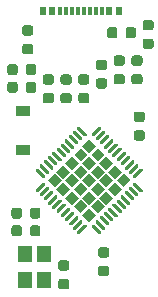
<source format=gtp>
G04 #@! TF.GenerationSoftware,KiCad,Pcbnew,(5.1.6)-1*
G04 #@! TF.CreationDate,2020-09-29T08:49:22+08:00*
G04 #@! TF.ProjectId,Alvaro,416c7661-726f-42e6-9b69-6361645f7063,C*
G04 #@! TF.SameCoordinates,Original*
G04 #@! TF.FileFunction,Paste,Top*
G04 #@! TF.FilePolarity,Positive*
%FSLAX46Y46*%
G04 Gerber Fmt 4.6, Leading zero omitted, Abs format (unit mm)*
G04 Created by KiCad (PCBNEW (5.1.6)-1) date 2020-09-29 08:49:22*
%MOMM*%
%LPD*%
G01*
G04 APERTURE LIST*
%ADD10R,1.200000X0.900000*%
%ADD11R,0.300000X0.800000*%
%ADD12R,0.600000X0.800000*%
%ADD13C,0.100000*%
%ADD14R,1.200000X1.400000*%
G04 APERTURE END LIST*
D10*
X25100000Y-37950000D03*
X25100000Y-41250000D03*
D11*
X28250000Y-29500000D03*
X28750000Y-29500000D03*
X31750000Y-29500000D03*
X31250000Y-29500000D03*
X30250000Y-29500000D03*
X29750000Y-29500000D03*
X30750000Y-29500000D03*
X29250000Y-29500000D03*
D12*
X27600000Y-29500000D03*
X32400000Y-29500000D03*
X33200000Y-29500000D03*
X26800000Y-29500000D03*
G36*
G01*
X24650000Y-35668750D02*
X24650000Y-36181250D01*
G75*
G02*
X24431250Y-36400000I-218750J0D01*
G01*
X23993750Y-36400000D01*
G75*
G02*
X23775000Y-36181250I0J218750D01*
G01*
X23775000Y-35668750D01*
G75*
G02*
X23993750Y-35450000I218750J0D01*
G01*
X24431250Y-35450000D01*
G75*
G02*
X24650000Y-35668750I0J-218750D01*
G01*
G37*
G36*
G01*
X26225000Y-35668750D02*
X26225000Y-36181250D01*
G75*
G02*
X26006250Y-36400000I-218750J0D01*
G01*
X25568750Y-36400000D01*
G75*
G02*
X25350000Y-36181250I0J218750D01*
G01*
X25350000Y-35668750D01*
G75*
G02*
X25568750Y-35450000I218750J0D01*
G01*
X26006250Y-35450000D01*
G75*
G02*
X26225000Y-35668750I0J-218750D01*
G01*
G37*
D13*
G36*
X30113101Y-46713280D02*
G01*
X30700000Y-46126381D01*
X31286899Y-46713280D01*
X30700000Y-47300179D01*
X30113101Y-46713280D01*
G37*
G36*
X30841421Y-45984960D02*
G01*
X31428320Y-45398061D01*
X32015219Y-45984960D01*
X31428320Y-46571859D01*
X30841421Y-45984960D01*
G37*
G36*
X31569741Y-45256640D02*
G01*
X32156640Y-44669741D01*
X32743539Y-45256640D01*
X32156640Y-45843539D01*
X31569741Y-45256640D01*
G37*
G36*
X32298061Y-44528320D02*
G01*
X32884960Y-43941421D01*
X33471859Y-44528320D01*
X32884960Y-45115219D01*
X32298061Y-44528320D01*
G37*
G36*
X33026381Y-43800000D02*
G01*
X33613280Y-43213101D01*
X34200179Y-43800000D01*
X33613280Y-44386899D01*
X33026381Y-43800000D01*
G37*
G36*
X29384781Y-45984960D02*
G01*
X29971680Y-45398061D01*
X30558579Y-45984960D01*
X29971680Y-46571859D01*
X29384781Y-45984960D01*
G37*
G36*
X30113101Y-45256640D02*
G01*
X30700000Y-44669741D01*
X31286899Y-45256640D01*
X30700000Y-45843539D01*
X30113101Y-45256640D01*
G37*
G36*
X30841421Y-44528320D02*
G01*
X31428320Y-43941421D01*
X32015219Y-44528320D01*
X31428320Y-45115219D01*
X30841421Y-44528320D01*
G37*
G36*
X31569741Y-43800000D02*
G01*
X32156640Y-43213101D01*
X32743539Y-43800000D01*
X32156640Y-44386899D01*
X31569741Y-43800000D01*
G37*
G36*
X32298061Y-43071680D02*
G01*
X32884960Y-42484781D01*
X33471859Y-43071680D01*
X32884960Y-43658579D01*
X32298061Y-43071680D01*
G37*
G36*
X28656461Y-45256640D02*
G01*
X29243360Y-44669741D01*
X29830259Y-45256640D01*
X29243360Y-45843539D01*
X28656461Y-45256640D01*
G37*
G36*
X29384781Y-44528320D02*
G01*
X29971680Y-43941421D01*
X30558579Y-44528320D01*
X29971680Y-45115219D01*
X29384781Y-44528320D01*
G37*
G36*
X30113101Y-43800000D02*
G01*
X30700000Y-43213101D01*
X31286899Y-43800000D01*
X30700000Y-44386899D01*
X30113101Y-43800000D01*
G37*
G36*
X30841421Y-43071680D02*
G01*
X31428320Y-42484781D01*
X32015219Y-43071680D01*
X31428320Y-43658579D01*
X30841421Y-43071680D01*
G37*
G36*
X31569741Y-42343360D02*
G01*
X32156640Y-41756461D01*
X32743539Y-42343360D01*
X32156640Y-42930259D01*
X31569741Y-42343360D01*
G37*
G36*
X27928141Y-44528320D02*
G01*
X28515040Y-43941421D01*
X29101939Y-44528320D01*
X28515040Y-45115219D01*
X27928141Y-44528320D01*
G37*
G36*
X28656461Y-43800000D02*
G01*
X29243360Y-43213101D01*
X29830259Y-43800000D01*
X29243360Y-44386899D01*
X28656461Y-43800000D01*
G37*
G36*
X29384781Y-43071680D02*
G01*
X29971680Y-42484781D01*
X30558579Y-43071680D01*
X29971680Y-43658579D01*
X29384781Y-43071680D01*
G37*
G36*
X30113101Y-42343360D02*
G01*
X30700000Y-41756461D01*
X31286899Y-42343360D01*
X30700000Y-42930259D01*
X30113101Y-42343360D01*
G37*
G36*
X30841421Y-41615040D02*
G01*
X31428320Y-41028141D01*
X32015219Y-41615040D01*
X31428320Y-42201939D01*
X30841421Y-41615040D01*
G37*
G36*
X27199821Y-43800000D02*
G01*
X27786720Y-43213101D01*
X28373619Y-43800000D01*
X27786720Y-44386899D01*
X27199821Y-43800000D01*
G37*
G36*
X27928141Y-43071680D02*
G01*
X28515040Y-42484781D01*
X29101939Y-43071680D01*
X28515040Y-43658579D01*
X27928141Y-43071680D01*
G37*
G36*
X28656461Y-42343360D02*
G01*
X29243360Y-41756461D01*
X29830259Y-42343360D01*
X29243360Y-42930259D01*
X28656461Y-42343360D01*
G37*
G36*
X29384781Y-41615040D02*
G01*
X29971680Y-41028141D01*
X30558579Y-41615040D01*
X29971680Y-42201939D01*
X29384781Y-41615040D01*
G37*
G36*
X30113101Y-40886720D02*
G01*
X30700000Y-40299821D01*
X31286899Y-40886720D01*
X30700000Y-41473619D01*
X30113101Y-40886720D01*
G37*
G36*
G01*
X30912132Y-40052334D02*
X30912132Y-40052334D01*
G75*
G02*
X30912132Y-39840202I106066J106066D01*
G01*
X31477818Y-39274516D01*
G75*
G02*
X31689950Y-39274516I106066J-106066D01*
G01*
X31689950Y-39274516D01*
G75*
G02*
X31689950Y-39486648I-106066J-106066D01*
G01*
X31124264Y-40052334D01*
G75*
G02*
X30912132Y-40052334I-106066J106066D01*
G01*
G37*
G36*
G01*
X31265685Y-40405888D02*
X31265685Y-40405888D01*
G75*
G02*
X31265685Y-40193756I106066J106066D01*
G01*
X31831371Y-39628070D01*
G75*
G02*
X32043503Y-39628070I106066J-106066D01*
G01*
X32043503Y-39628070D01*
G75*
G02*
X32043503Y-39840202I-106066J-106066D01*
G01*
X31477817Y-40405888D01*
G75*
G02*
X31265685Y-40405888I-106066J106066D01*
G01*
G37*
G36*
G01*
X31619239Y-40759441D02*
X31619239Y-40759441D01*
G75*
G02*
X31619239Y-40547309I106066J106066D01*
G01*
X32184925Y-39981623D01*
G75*
G02*
X32397057Y-39981623I106066J-106066D01*
G01*
X32397057Y-39981623D01*
G75*
G02*
X32397057Y-40193755I-106066J-106066D01*
G01*
X31831371Y-40759441D01*
G75*
G02*
X31619239Y-40759441I-106066J106066D01*
G01*
G37*
G36*
G01*
X31972792Y-41112995D02*
X31972792Y-41112995D01*
G75*
G02*
X31972792Y-40900863I106066J106066D01*
G01*
X32538478Y-40335177D01*
G75*
G02*
X32750610Y-40335177I106066J-106066D01*
G01*
X32750610Y-40335177D01*
G75*
G02*
X32750610Y-40547309I-106066J-106066D01*
G01*
X32184924Y-41112995D01*
G75*
G02*
X31972792Y-41112995I-106066J106066D01*
G01*
G37*
G36*
G01*
X32326345Y-41466548D02*
X32326345Y-41466548D01*
G75*
G02*
X32326345Y-41254416I106066J106066D01*
G01*
X32892031Y-40688730D01*
G75*
G02*
X33104163Y-40688730I106066J-106066D01*
G01*
X33104163Y-40688730D01*
G75*
G02*
X33104163Y-40900862I-106066J-106066D01*
G01*
X32538477Y-41466548D01*
G75*
G02*
X32326345Y-41466548I-106066J106066D01*
G01*
G37*
G36*
G01*
X32679899Y-41820101D02*
X32679899Y-41820101D01*
G75*
G02*
X32679899Y-41607969I106066J106066D01*
G01*
X33245585Y-41042283D01*
G75*
G02*
X33457717Y-41042283I106066J-106066D01*
G01*
X33457717Y-41042283D01*
G75*
G02*
X33457717Y-41254415I-106066J-106066D01*
G01*
X32892031Y-41820101D01*
G75*
G02*
X32679899Y-41820101I-106066J106066D01*
G01*
G37*
G36*
G01*
X33033452Y-42173655D02*
X33033452Y-42173655D01*
G75*
G02*
X33033452Y-41961523I106066J106066D01*
G01*
X33599138Y-41395837D01*
G75*
G02*
X33811270Y-41395837I106066J-106066D01*
G01*
X33811270Y-41395837D01*
G75*
G02*
X33811270Y-41607969I-106066J-106066D01*
G01*
X33245584Y-42173655D01*
G75*
G02*
X33033452Y-42173655I-106066J106066D01*
G01*
G37*
G36*
G01*
X33387005Y-42527208D02*
X33387005Y-42527208D01*
G75*
G02*
X33387005Y-42315076I106066J106066D01*
G01*
X33952691Y-41749390D01*
G75*
G02*
X34164823Y-41749390I106066J-106066D01*
G01*
X34164823Y-41749390D01*
G75*
G02*
X34164823Y-41961522I-106066J-106066D01*
G01*
X33599137Y-42527208D01*
G75*
G02*
X33387005Y-42527208I-106066J106066D01*
G01*
G37*
G36*
G01*
X33740559Y-42880761D02*
X33740559Y-42880761D01*
G75*
G02*
X33740559Y-42668629I106066J106066D01*
G01*
X34306245Y-42102943D01*
G75*
G02*
X34518377Y-42102943I106066J-106066D01*
G01*
X34518377Y-42102943D01*
G75*
G02*
X34518377Y-42315075I-106066J-106066D01*
G01*
X33952691Y-42880761D01*
G75*
G02*
X33740559Y-42880761I-106066J106066D01*
G01*
G37*
G36*
G01*
X34094112Y-43234315D02*
X34094112Y-43234315D01*
G75*
G02*
X34094112Y-43022183I106066J106066D01*
G01*
X34659798Y-42456497D01*
G75*
G02*
X34871930Y-42456497I106066J-106066D01*
G01*
X34871930Y-42456497D01*
G75*
G02*
X34871930Y-42668629I-106066J-106066D01*
G01*
X34306244Y-43234315D01*
G75*
G02*
X34094112Y-43234315I-106066J106066D01*
G01*
G37*
G36*
G01*
X34447666Y-43587868D02*
X34447666Y-43587868D01*
G75*
G02*
X34447666Y-43375736I106066J106066D01*
G01*
X35013352Y-42810050D01*
G75*
G02*
X35225484Y-42810050I106066J-106066D01*
G01*
X35225484Y-42810050D01*
G75*
G02*
X35225484Y-43022182I-106066J-106066D01*
G01*
X34659798Y-43587868D01*
G75*
G02*
X34447666Y-43587868I-106066J106066D01*
G01*
G37*
G36*
G01*
X34447666Y-44012132D02*
X34447666Y-44012132D01*
G75*
G02*
X34659798Y-44012132I106066J-106066D01*
G01*
X35225484Y-44577818D01*
G75*
G02*
X35225484Y-44789950I-106066J-106066D01*
G01*
X35225484Y-44789950D01*
G75*
G02*
X35013352Y-44789950I-106066J106066D01*
G01*
X34447666Y-44224264D01*
G75*
G02*
X34447666Y-44012132I106066J106066D01*
G01*
G37*
G36*
G01*
X34094112Y-44365685D02*
X34094112Y-44365685D01*
G75*
G02*
X34306244Y-44365685I106066J-106066D01*
G01*
X34871930Y-44931371D01*
G75*
G02*
X34871930Y-45143503I-106066J-106066D01*
G01*
X34871930Y-45143503D01*
G75*
G02*
X34659798Y-45143503I-106066J106066D01*
G01*
X34094112Y-44577817D01*
G75*
G02*
X34094112Y-44365685I106066J106066D01*
G01*
G37*
G36*
G01*
X33740559Y-44719239D02*
X33740559Y-44719239D01*
G75*
G02*
X33952691Y-44719239I106066J-106066D01*
G01*
X34518377Y-45284925D01*
G75*
G02*
X34518377Y-45497057I-106066J-106066D01*
G01*
X34518377Y-45497057D01*
G75*
G02*
X34306245Y-45497057I-106066J106066D01*
G01*
X33740559Y-44931371D01*
G75*
G02*
X33740559Y-44719239I106066J106066D01*
G01*
G37*
G36*
G01*
X33387005Y-45072792D02*
X33387005Y-45072792D01*
G75*
G02*
X33599137Y-45072792I106066J-106066D01*
G01*
X34164823Y-45638478D01*
G75*
G02*
X34164823Y-45850610I-106066J-106066D01*
G01*
X34164823Y-45850610D01*
G75*
G02*
X33952691Y-45850610I-106066J106066D01*
G01*
X33387005Y-45284924D01*
G75*
G02*
X33387005Y-45072792I106066J106066D01*
G01*
G37*
G36*
G01*
X33033452Y-45426345D02*
X33033452Y-45426345D01*
G75*
G02*
X33245584Y-45426345I106066J-106066D01*
G01*
X33811270Y-45992031D01*
G75*
G02*
X33811270Y-46204163I-106066J-106066D01*
G01*
X33811270Y-46204163D01*
G75*
G02*
X33599138Y-46204163I-106066J106066D01*
G01*
X33033452Y-45638477D01*
G75*
G02*
X33033452Y-45426345I106066J106066D01*
G01*
G37*
G36*
G01*
X32679899Y-45779899D02*
X32679899Y-45779899D01*
G75*
G02*
X32892031Y-45779899I106066J-106066D01*
G01*
X33457717Y-46345585D01*
G75*
G02*
X33457717Y-46557717I-106066J-106066D01*
G01*
X33457717Y-46557717D01*
G75*
G02*
X33245585Y-46557717I-106066J106066D01*
G01*
X32679899Y-45992031D01*
G75*
G02*
X32679899Y-45779899I106066J106066D01*
G01*
G37*
G36*
G01*
X32326345Y-46133452D02*
X32326345Y-46133452D01*
G75*
G02*
X32538477Y-46133452I106066J-106066D01*
G01*
X33104163Y-46699138D01*
G75*
G02*
X33104163Y-46911270I-106066J-106066D01*
G01*
X33104163Y-46911270D01*
G75*
G02*
X32892031Y-46911270I-106066J106066D01*
G01*
X32326345Y-46345584D01*
G75*
G02*
X32326345Y-46133452I106066J106066D01*
G01*
G37*
G36*
G01*
X31972792Y-46487005D02*
X31972792Y-46487005D01*
G75*
G02*
X32184924Y-46487005I106066J-106066D01*
G01*
X32750610Y-47052691D01*
G75*
G02*
X32750610Y-47264823I-106066J-106066D01*
G01*
X32750610Y-47264823D01*
G75*
G02*
X32538478Y-47264823I-106066J106066D01*
G01*
X31972792Y-46699137D01*
G75*
G02*
X31972792Y-46487005I106066J106066D01*
G01*
G37*
G36*
G01*
X31619239Y-46840559D02*
X31619239Y-46840559D01*
G75*
G02*
X31831371Y-46840559I106066J-106066D01*
G01*
X32397057Y-47406245D01*
G75*
G02*
X32397057Y-47618377I-106066J-106066D01*
G01*
X32397057Y-47618377D01*
G75*
G02*
X32184925Y-47618377I-106066J106066D01*
G01*
X31619239Y-47052691D01*
G75*
G02*
X31619239Y-46840559I106066J106066D01*
G01*
G37*
G36*
G01*
X31265685Y-47194112D02*
X31265685Y-47194112D01*
G75*
G02*
X31477817Y-47194112I106066J-106066D01*
G01*
X32043503Y-47759798D01*
G75*
G02*
X32043503Y-47971930I-106066J-106066D01*
G01*
X32043503Y-47971930D01*
G75*
G02*
X31831371Y-47971930I-106066J106066D01*
G01*
X31265685Y-47406244D01*
G75*
G02*
X31265685Y-47194112I106066J106066D01*
G01*
G37*
G36*
G01*
X30912132Y-47547666D02*
X30912132Y-47547666D01*
G75*
G02*
X31124264Y-47547666I106066J-106066D01*
G01*
X31689950Y-48113352D01*
G75*
G02*
X31689950Y-48325484I-106066J-106066D01*
G01*
X31689950Y-48325484D01*
G75*
G02*
X31477818Y-48325484I-106066J106066D01*
G01*
X30912132Y-47759798D01*
G75*
G02*
X30912132Y-47547666I106066J106066D01*
G01*
G37*
G36*
G01*
X29710050Y-48325484D02*
X29710050Y-48325484D01*
G75*
G02*
X29710050Y-48113352I106066J106066D01*
G01*
X30275736Y-47547666D01*
G75*
G02*
X30487868Y-47547666I106066J-106066D01*
G01*
X30487868Y-47547666D01*
G75*
G02*
X30487868Y-47759798I-106066J-106066D01*
G01*
X29922182Y-48325484D01*
G75*
G02*
X29710050Y-48325484I-106066J106066D01*
G01*
G37*
G36*
G01*
X29356497Y-47971930D02*
X29356497Y-47971930D01*
G75*
G02*
X29356497Y-47759798I106066J106066D01*
G01*
X29922183Y-47194112D01*
G75*
G02*
X30134315Y-47194112I106066J-106066D01*
G01*
X30134315Y-47194112D01*
G75*
G02*
X30134315Y-47406244I-106066J-106066D01*
G01*
X29568629Y-47971930D01*
G75*
G02*
X29356497Y-47971930I-106066J106066D01*
G01*
G37*
G36*
G01*
X29002943Y-47618377D02*
X29002943Y-47618377D01*
G75*
G02*
X29002943Y-47406245I106066J106066D01*
G01*
X29568629Y-46840559D01*
G75*
G02*
X29780761Y-46840559I106066J-106066D01*
G01*
X29780761Y-46840559D01*
G75*
G02*
X29780761Y-47052691I-106066J-106066D01*
G01*
X29215075Y-47618377D01*
G75*
G02*
X29002943Y-47618377I-106066J106066D01*
G01*
G37*
G36*
G01*
X28649390Y-47264823D02*
X28649390Y-47264823D01*
G75*
G02*
X28649390Y-47052691I106066J106066D01*
G01*
X29215076Y-46487005D01*
G75*
G02*
X29427208Y-46487005I106066J-106066D01*
G01*
X29427208Y-46487005D01*
G75*
G02*
X29427208Y-46699137I-106066J-106066D01*
G01*
X28861522Y-47264823D01*
G75*
G02*
X28649390Y-47264823I-106066J106066D01*
G01*
G37*
G36*
G01*
X28295837Y-46911270D02*
X28295837Y-46911270D01*
G75*
G02*
X28295837Y-46699138I106066J106066D01*
G01*
X28861523Y-46133452D01*
G75*
G02*
X29073655Y-46133452I106066J-106066D01*
G01*
X29073655Y-46133452D01*
G75*
G02*
X29073655Y-46345584I-106066J-106066D01*
G01*
X28507969Y-46911270D01*
G75*
G02*
X28295837Y-46911270I-106066J106066D01*
G01*
G37*
G36*
G01*
X27942283Y-46557717D02*
X27942283Y-46557717D01*
G75*
G02*
X27942283Y-46345585I106066J106066D01*
G01*
X28507969Y-45779899D01*
G75*
G02*
X28720101Y-45779899I106066J-106066D01*
G01*
X28720101Y-45779899D01*
G75*
G02*
X28720101Y-45992031I-106066J-106066D01*
G01*
X28154415Y-46557717D01*
G75*
G02*
X27942283Y-46557717I-106066J106066D01*
G01*
G37*
G36*
G01*
X27588730Y-46204163D02*
X27588730Y-46204163D01*
G75*
G02*
X27588730Y-45992031I106066J106066D01*
G01*
X28154416Y-45426345D01*
G75*
G02*
X28366548Y-45426345I106066J-106066D01*
G01*
X28366548Y-45426345D01*
G75*
G02*
X28366548Y-45638477I-106066J-106066D01*
G01*
X27800862Y-46204163D01*
G75*
G02*
X27588730Y-46204163I-106066J106066D01*
G01*
G37*
G36*
G01*
X27235177Y-45850610D02*
X27235177Y-45850610D01*
G75*
G02*
X27235177Y-45638478I106066J106066D01*
G01*
X27800863Y-45072792D01*
G75*
G02*
X28012995Y-45072792I106066J-106066D01*
G01*
X28012995Y-45072792D01*
G75*
G02*
X28012995Y-45284924I-106066J-106066D01*
G01*
X27447309Y-45850610D01*
G75*
G02*
X27235177Y-45850610I-106066J106066D01*
G01*
G37*
G36*
G01*
X26881623Y-45497057D02*
X26881623Y-45497057D01*
G75*
G02*
X26881623Y-45284925I106066J106066D01*
G01*
X27447309Y-44719239D01*
G75*
G02*
X27659441Y-44719239I106066J-106066D01*
G01*
X27659441Y-44719239D01*
G75*
G02*
X27659441Y-44931371I-106066J-106066D01*
G01*
X27093755Y-45497057D01*
G75*
G02*
X26881623Y-45497057I-106066J106066D01*
G01*
G37*
G36*
G01*
X26528070Y-45143503D02*
X26528070Y-45143503D01*
G75*
G02*
X26528070Y-44931371I106066J106066D01*
G01*
X27093756Y-44365685D01*
G75*
G02*
X27305888Y-44365685I106066J-106066D01*
G01*
X27305888Y-44365685D01*
G75*
G02*
X27305888Y-44577817I-106066J-106066D01*
G01*
X26740202Y-45143503D01*
G75*
G02*
X26528070Y-45143503I-106066J106066D01*
G01*
G37*
G36*
G01*
X26174516Y-44789950D02*
X26174516Y-44789950D01*
G75*
G02*
X26174516Y-44577818I106066J106066D01*
G01*
X26740202Y-44012132D01*
G75*
G02*
X26952334Y-44012132I106066J-106066D01*
G01*
X26952334Y-44012132D01*
G75*
G02*
X26952334Y-44224264I-106066J-106066D01*
G01*
X26386648Y-44789950D01*
G75*
G02*
X26174516Y-44789950I-106066J106066D01*
G01*
G37*
G36*
G01*
X26174516Y-42810050D02*
X26174516Y-42810050D01*
G75*
G02*
X26386648Y-42810050I106066J-106066D01*
G01*
X26952334Y-43375736D01*
G75*
G02*
X26952334Y-43587868I-106066J-106066D01*
G01*
X26952334Y-43587868D01*
G75*
G02*
X26740202Y-43587868I-106066J106066D01*
G01*
X26174516Y-43022182D01*
G75*
G02*
X26174516Y-42810050I106066J106066D01*
G01*
G37*
G36*
G01*
X26528070Y-42456497D02*
X26528070Y-42456497D01*
G75*
G02*
X26740202Y-42456497I106066J-106066D01*
G01*
X27305888Y-43022183D01*
G75*
G02*
X27305888Y-43234315I-106066J-106066D01*
G01*
X27305888Y-43234315D01*
G75*
G02*
X27093756Y-43234315I-106066J106066D01*
G01*
X26528070Y-42668629D01*
G75*
G02*
X26528070Y-42456497I106066J106066D01*
G01*
G37*
G36*
G01*
X26881623Y-42102943D02*
X26881623Y-42102943D01*
G75*
G02*
X27093755Y-42102943I106066J-106066D01*
G01*
X27659441Y-42668629D01*
G75*
G02*
X27659441Y-42880761I-106066J-106066D01*
G01*
X27659441Y-42880761D01*
G75*
G02*
X27447309Y-42880761I-106066J106066D01*
G01*
X26881623Y-42315075D01*
G75*
G02*
X26881623Y-42102943I106066J106066D01*
G01*
G37*
G36*
G01*
X27235177Y-41749390D02*
X27235177Y-41749390D01*
G75*
G02*
X27447309Y-41749390I106066J-106066D01*
G01*
X28012995Y-42315076D01*
G75*
G02*
X28012995Y-42527208I-106066J-106066D01*
G01*
X28012995Y-42527208D01*
G75*
G02*
X27800863Y-42527208I-106066J106066D01*
G01*
X27235177Y-41961522D01*
G75*
G02*
X27235177Y-41749390I106066J106066D01*
G01*
G37*
G36*
G01*
X27588730Y-41395837D02*
X27588730Y-41395837D01*
G75*
G02*
X27800862Y-41395837I106066J-106066D01*
G01*
X28366548Y-41961523D01*
G75*
G02*
X28366548Y-42173655I-106066J-106066D01*
G01*
X28366548Y-42173655D01*
G75*
G02*
X28154416Y-42173655I-106066J106066D01*
G01*
X27588730Y-41607969D01*
G75*
G02*
X27588730Y-41395837I106066J106066D01*
G01*
G37*
G36*
G01*
X27942283Y-41042283D02*
X27942283Y-41042283D01*
G75*
G02*
X28154415Y-41042283I106066J-106066D01*
G01*
X28720101Y-41607969D01*
G75*
G02*
X28720101Y-41820101I-106066J-106066D01*
G01*
X28720101Y-41820101D01*
G75*
G02*
X28507969Y-41820101I-106066J106066D01*
G01*
X27942283Y-41254415D01*
G75*
G02*
X27942283Y-41042283I106066J106066D01*
G01*
G37*
G36*
G01*
X28295837Y-40688730D02*
X28295837Y-40688730D01*
G75*
G02*
X28507969Y-40688730I106066J-106066D01*
G01*
X29073655Y-41254416D01*
G75*
G02*
X29073655Y-41466548I-106066J-106066D01*
G01*
X29073655Y-41466548D01*
G75*
G02*
X28861523Y-41466548I-106066J106066D01*
G01*
X28295837Y-40900862D01*
G75*
G02*
X28295837Y-40688730I106066J106066D01*
G01*
G37*
G36*
G01*
X28649390Y-40335177D02*
X28649390Y-40335177D01*
G75*
G02*
X28861522Y-40335177I106066J-106066D01*
G01*
X29427208Y-40900863D01*
G75*
G02*
X29427208Y-41112995I-106066J-106066D01*
G01*
X29427208Y-41112995D01*
G75*
G02*
X29215076Y-41112995I-106066J106066D01*
G01*
X28649390Y-40547309D01*
G75*
G02*
X28649390Y-40335177I106066J106066D01*
G01*
G37*
G36*
G01*
X29002943Y-39981623D02*
X29002943Y-39981623D01*
G75*
G02*
X29215075Y-39981623I106066J-106066D01*
G01*
X29780761Y-40547309D01*
G75*
G02*
X29780761Y-40759441I-106066J-106066D01*
G01*
X29780761Y-40759441D01*
G75*
G02*
X29568629Y-40759441I-106066J106066D01*
G01*
X29002943Y-40193755D01*
G75*
G02*
X29002943Y-39981623I106066J106066D01*
G01*
G37*
G36*
G01*
X29356497Y-39628070D02*
X29356497Y-39628070D01*
G75*
G02*
X29568629Y-39628070I106066J-106066D01*
G01*
X30134315Y-40193756D01*
G75*
G02*
X30134315Y-40405888I-106066J-106066D01*
G01*
X30134315Y-40405888D01*
G75*
G02*
X29922183Y-40405888I-106066J106066D01*
G01*
X29356497Y-39840202D01*
G75*
G02*
X29356497Y-39628070I106066J106066D01*
G01*
G37*
G36*
G01*
X29710050Y-39274516D02*
X29710050Y-39274516D01*
G75*
G02*
X29922182Y-39274516I106066J-106066D01*
G01*
X30487868Y-39840202D01*
G75*
G02*
X30487868Y-40052334I-106066J-106066D01*
G01*
X30487868Y-40052334D01*
G75*
G02*
X30275736Y-40052334I-106066J106066D01*
G01*
X29710050Y-39486648D01*
G75*
G02*
X29710050Y-39274516I106066J106066D01*
G01*
G37*
G36*
G01*
X25350000Y-34681250D02*
X25350000Y-34168750D01*
G75*
G02*
X25568750Y-33950000I218750J0D01*
G01*
X26006250Y-33950000D01*
G75*
G02*
X26225000Y-34168750I0J-218750D01*
G01*
X26225000Y-34681250D01*
G75*
G02*
X26006250Y-34900000I-218750J0D01*
G01*
X25568750Y-34900000D01*
G75*
G02*
X25350000Y-34681250I0J218750D01*
G01*
G37*
G36*
G01*
X23775000Y-34681250D02*
X23775000Y-34168750D01*
G75*
G02*
X23993750Y-33950000I218750J0D01*
G01*
X24431250Y-33950000D01*
G75*
G02*
X24650000Y-34168750I0J-218750D01*
G01*
X24650000Y-34681250D01*
G75*
G02*
X24431250Y-34900000I-218750J0D01*
G01*
X23993750Y-34900000D01*
G75*
G02*
X23775000Y-34681250I0J218750D01*
G01*
G37*
G36*
G01*
X30506250Y-35700000D02*
X29993750Y-35700000D01*
G75*
G02*
X29775000Y-35481250I0J218750D01*
G01*
X29775000Y-35043750D01*
G75*
G02*
X29993750Y-34825000I218750J0D01*
G01*
X30506250Y-34825000D01*
G75*
G02*
X30725000Y-35043750I0J-218750D01*
G01*
X30725000Y-35481250D01*
G75*
G02*
X30506250Y-35700000I-218750J0D01*
G01*
G37*
G36*
G01*
X30506250Y-37275000D02*
X29993750Y-37275000D01*
G75*
G02*
X29775000Y-37056250I0J218750D01*
G01*
X29775000Y-36618750D01*
G75*
G02*
X29993750Y-36400000I218750J0D01*
G01*
X30506250Y-36400000D01*
G75*
G02*
X30725000Y-36618750I0J-218750D01*
G01*
X30725000Y-37056250D01*
G75*
G02*
X30506250Y-37275000I-218750J0D01*
G01*
G37*
G36*
G01*
X29006250Y-35700000D02*
X28493750Y-35700000D01*
G75*
G02*
X28275000Y-35481250I0J218750D01*
G01*
X28275000Y-35043750D01*
G75*
G02*
X28493750Y-34825000I218750J0D01*
G01*
X29006250Y-34825000D01*
G75*
G02*
X29225000Y-35043750I0J-218750D01*
G01*
X29225000Y-35481250D01*
G75*
G02*
X29006250Y-35700000I-218750J0D01*
G01*
G37*
G36*
G01*
X29006250Y-37275000D02*
X28493750Y-37275000D01*
G75*
G02*
X28275000Y-37056250I0J218750D01*
G01*
X28275000Y-36618750D01*
G75*
G02*
X28493750Y-36400000I218750J0D01*
G01*
X29006250Y-36400000D01*
G75*
G02*
X29225000Y-36618750I0J-218750D01*
G01*
X29225000Y-37056250D01*
G75*
G02*
X29006250Y-37275000I-218750J0D01*
G01*
G37*
G36*
G01*
X35443750Y-31800000D02*
X35956250Y-31800000D01*
G75*
G02*
X36175000Y-32018750I0J-218750D01*
G01*
X36175000Y-32456250D01*
G75*
G02*
X35956250Y-32675000I-218750J0D01*
G01*
X35443750Y-32675000D01*
G75*
G02*
X35225000Y-32456250I0J218750D01*
G01*
X35225000Y-32018750D01*
G75*
G02*
X35443750Y-31800000I218750J0D01*
G01*
G37*
G36*
G01*
X35443750Y-30225000D02*
X35956250Y-30225000D01*
G75*
G02*
X36175000Y-30443750I0J-218750D01*
G01*
X36175000Y-30881250D01*
G75*
G02*
X35956250Y-31100000I-218750J0D01*
G01*
X35443750Y-31100000D01*
G75*
G02*
X35225000Y-30881250I0J218750D01*
G01*
X35225000Y-30443750D01*
G75*
G02*
X35443750Y-30225000I218750J0D01*
G01*
G37*
G36*
G01*
X25756250Y-31550000D02*
X25243750Y-31550000D01*
G75*
G02*
X25025000Y-31331250I0J218750D01*
G01*
X25025000Y-30893750D01*
G75*
G02*
X25243750Y-30675000I218750J0D01*
G01*
X25756250Y-30675000D01*
G75*
G02*
X25975000Y-30893750I0J-218750D01*
G01*
X25975000Y-31331250D01*
G75*
G02*
X25756250Y-31550000I-218750J0D01*
G01*
G37*
G36*
G01*
X25756250Y-33125000D02*
X25243750Y-33125000D01*
G75*
G02*
X25025000Y-32906250I0J218750D01*
G01*
X25025000Y-32468750D01*
G75*
G02*
X25243750Y-32250000I218750J0D01*
G01*
X25756250Y-32250000D01*
G75*
G02*
X25975000Y-32468750I0J-218750D01*
G01*
X25975000Y-32906250D01*
G75*
G02*
X25756250Y-33125000I-218750J0D01*
G01*
G37*
G36*
G01*
X33100000Y-31043750D02*
X33100000Y-31556250D01*
G75*
G02*
X32881250Y-31775000I-218750J0D01*
G01*
X32443750Y-31775000D01*
G75*
G02*
X32225000Y-31556250I0J218750D01*
G01*
X32225000Y-31043750D01*
G75*
G02*
X32443750Y-30825000I218750J0D01*
G01*
X32881250Y-30825000D01*
G75*
G02*
X33100000Y-31043750I0J-218750D01*
G01*
G37*
G36*
G01*
X34675000Y-31043750D02*
X34675000Y-31556250D01*
G75*
G02*
X34456250Y-31775000I-218750J0D01*
G01*
X34018750Y-31775000D01*
G75*
G02*
X33800000Y-31556250I0J218750D01*
G01*
X33800000Y-31043750D01*
G75*
G02*
X34018750Y-30825000I218750J0D01*
G01*
X34456250Y-30825000D01*
G75*
G02*
X34675000Y-31043750I0J-218750D01*
G01*
G37*
G36*
G01*
X35006250Y-34100000D02*
X34493750Y-34100000D01*
G75*
G02*
X34275000Y-33881250I0J218750D01*
G01*
X34275000Y-33443750D01*
G75*
G02*
X34493750Y-33225000I218750J0D01*
G01*
X35006250Y-33225000D01*
G75*
G02*
X35225000Y-33443750I0J-218750D01*
G01*
X35225000Y-33881250D01*
G75*
G02*
X35006250Y-34100000I-218750J0D01*
G01*
G37*
G36*
G01*
X35006250Y-35675000D02*
X34493750Y-35675000D01*
G75*
G02*
X34275000Y-35456250I0J218750D01*
G01*
X34275000Y-35018750D01*
G75*
G02*
X34493750Y-34800000I218750J0D01*
G01*
X35006250Y-34800000D01*
G75*
G02*
X35225000Y-35018750I0J-218750D01*
G01*
X35225000Y-35456250D01*
G75*
G02*
X35006250Y-35675000I-218750J0D01*
G01*
G37*
G36*
G01*
X27506250Y-35700000D02*
X26993750Y-35700000D01*
G75*
G02*
X26775000Y-35481250I0J218750D01*
G01*
X26775000Y-35043750D01*
G75*
G02*
X26993750Y-34825000I218750J0D01*
G01*
X27506250Y-34825000D01*
G75*
G02*
X27725000Y-35043750I0J-218750D01*
G01*
X27725000Y-35481250D01*
G75*
G02*
X27506250Y-35700000I-218750J0D01*
G01*
G37*
G36*
G01*
X27506250Y-37275000D02*
X26993750Y-37275000D01*
G75*
G02*
X26775000Y-37056250I0J218750D01*
G01*
X26775000Y-36618750D01*
G75*
G02*
X26993750Y-36400000I218750J0D01*
G01*
X27506250Y-36400000D01*
G75*
G02*
X27725000Y-36618750I0J-218750D01*
G01*
X27725000Y-37056250D01*
G75*
G02*
X27506250Y-37275000I-218750J0D01*
G01*
G37*
G36*
G01*
X25700000Y-48331250D02*
X25700000Y-47818750D01*
G75*
G02*
X25918750Y-47600000I218750J0D01*
G01*
X26356250Y-47600000D01*
G75*
G02*
X26575000Y-47818750I0J-218750D01*
G01*
X26575000Y-48331250D01*
G75*
G02*
X26356250Y-48550000I-218750J0D01*
G01*
X25918750Y-48550000D01*
G75*
G02*
X25700000Y-48331250I0J218750D01*
G01*
G37*
G36*
G01*
X24125000Y-48331250D02*
X24125000Y-47818750D01*
G75*
G02*
X24343750Y-47600000I218750J0D01*
G01*
X24781250Y-47600000D01*
G75*
G02*
X25000000Y-47818750I0J-218750D01*
G01*
X25000000Y-48331250D01*
G75*
G02*
X24781250Y-48550000I-218750J0D01*
G01*
X24343750Y-48550000D01*
G75*
G02*
X24125000Y-48331250I0J218750D01*
G01*
G37*
G36*
G01*
X28806250Y-53025000D02*
X28293750Y-53025000D01*
G75*
G02*
X28075000Y-52806250I0J218750D01*
G01*
X28075000Y-52368750D01*
G75*
G02*
X28293750Y-52150000I218750J0D01*
G01*
X28806250Y-52150000D01*
G75*
G02*
X29025000Y-52368750I0J-218750D01*
G01*
X29025000Y-52806250D01*
G75*
G02*
X28806250Y-53025000I-218750J0D01*
G01*
G37*
G36*
G01*
X28806250Y-51450000D02*
X28293750Y-51450000D01*
G75*
G02*
X28075000Y-51231250I0J218750D01*
G01*
X28075000Y-50793750D01*
G75*
G02*
X28293750Y-50575000I218750J0D01*
G01*
X28806250Y-50575000D01*
G75*
G02*
X29025000Y-50793750I0J-218750D01*
G01*
X29025000Y-51231250D01*
G75*
G02*
X28806250Y-51450000I-218750J0D01*
G01*
G37*
G36*
G01*
X32006250Y-34450000D02*
X31493750Y-34450000D01*
G75*
G02*
X31275000Y-34231250I0J218750D01*
G01*
X31275000Y-33793750D01*
G75*
G02*
X31493750Y-33575000I218750J0D01*
G01*
X32006250Y-33575000D01*
G75*
G02*
X32225000Y-33793750I0J-218750D01*
G01*
X32225000Y-34231250D01*
G75*
G02*
X32006250Y-34450000I-218750J0D01*
G01*
G37*
G36*
G01*
X32006250Y-36025000D02*
X31493750Y-36025000D01*
G75*
G02*
X31275000Y-35806250I0J218750D01*
G01*
X31275000Y-35368750D01*
G75*
G02*
X31493750Y-35150000I218750J0D01*
G01*
X32006250Y-35150000D01*
G75*
G02*
X32225000Y-35368750I0J-218750D01*
G01*
X32225000Y-35806250D01*
G75*
G02*
X32006250Y-36025000I-218750J0D01*
G01*
G37*
G36*
G01*
X33506250Y-34100000D02*
X32993750Y-34100000D01*
G75*
G02*
X32775000Y-33881250I0J218750D01*
G01*
X32775000Y-33443750D01*
G75*
G02*
X32993750Y-33225000I218750J0D01*
G01*
X33506250Y-33225000D01*
G75*
G02*
X33725000Y-33443750I0J-218750D01*
G01*
X33725000Y-33881250D01*
G75*
G02*
X33506250Y-34100000I-218750J0D01*
G01*
G37*
G36*
G01*
X33506250Y-35675000D02*
X32993750Y-35675000D01*
G75*
G02*
X32775000Y-35456250I0J218750D01*
G01*
X32775000Y-35018750D01*
G75*
G02*
X32993750Y-34800000I218750J0D01*
G01*
X33506250Y-34800000D01*
G75*
G02*
X33725000Y-35018750I0J-218750D01*
G01*
X33725000Y-35456250D01*
G75*
G02*
X33506250Y-35675000I-218750J0D01*
G01*
G37*
G36*
G01*
X34693750Y-39562500D02*
X35206250Y-39562500D01*
G75*
G02*
X35425000Y-39781250I0J-218750D01*
G01*
X35425000Y-40218750D01*
G75*
G02*
X35206250Y-40437500I-218750J0D01*
G01*
X34693750Y-40437500D01*
G75*
G02*
X34475000Y-40218750I0J218750D01*
G01*
X34475000Y-39781250D01*
G75*
G02*
X34693750Y-39562500I218750J0D01*
G01*
G37*
G36*
G01*
X34693750Y-37987500D02*
X35206250Y-37987500D01*
G75*
G02*
X35425000Y-38206250I0J-218750D01*
G01*
X35425000Y-38643750D01*
G75*
G02*
X35206250Y-38862500I-218750J0D01*
G01*
X34693750Y-38862500D01*
G75*
G02*
X34475000Y-38643750I0J218750D01*
G01*
X34475000Y-38206250D01*
G75*
G02*
X34693750Y-37987500I218750J0D01*
G01*
G37*
G36*
G01*
X31668750Y-49475000D02*
X32181250Y-49475000D01*
G75*
G02*
X32400000Y-49693750I0J-218750D01*
G01*
X32400000Y-50131250D01*
G75*
G02*
X32181250Y-50350000I-218750J0D01*
G01*
X31668750Y-50350000D01*
G75*
G02*
X31450000Y-50131250I0J218750D01*
G01*
X31450000Y-49693750D01*
G75*
G02*
X31668750Y-49475000I218750J0D01*
G01*
G37*
G36*
G01*
X31668750Y-51050000D02*
X32181250Y-51050000D01*
G75*
G02*
X32400000Y-51268750I0J-218750D01*
G01*
X32400000Y-51706250D01*
G75*
G02*
X32181250Y-51925000I-218750J0D01*
G01*
X31668750Y-51925000D01*
G75*
G02*
X31450000Y-51706250I0J218750D01*
G01*
X31450000Y-51268750D01*
G75*
G02*
X31668750Y-51050000I218750J0D01*
G01*
G37*
G36*
G01*
X25000000Y-46318750D02*
X25000000Y-46831250D01*
G75*
G02*
X24781250Y-47050000I-218750J0D01*
G01*
X24343750Y-47050000D01*
G75*
G02*
X24125000Y-46831250I0J218750D01*
G01*
X24125000Y-46318750D01*
G75*
G02*
X24343750Y-46100000I218750J0D01*
G01*
X24781250Y-46100000D01*
G75*
G02*
X25000000Y-46318750I0J-218750D01*
G01*
G37*
G36*
G01*
X26575000Y-46318750D02*
X26575000Y-46831250D01*
G75*
G02*
X26356250Y-47050000I-218750J0D01*
G01*
X25918750Y-47050000D01*
G75*
G02*
X25700000Y-46831250I0J218750D01*
G01*
X25700000Y-46318750D01*
G75*
G02*
X25918750Y-46100000I218750J0D01*
G01*
X26356250Y-46100000D01*
G75*
G02*
X26575000Y-46318750I0J-218750D01*
G01*
G37*
D14*
X25250000Y-52250000D03*
X25250000Y-50050000D03*
X26850000Y-50050000D03*
X26850000Y-52250000D03*
M02*

</source>
